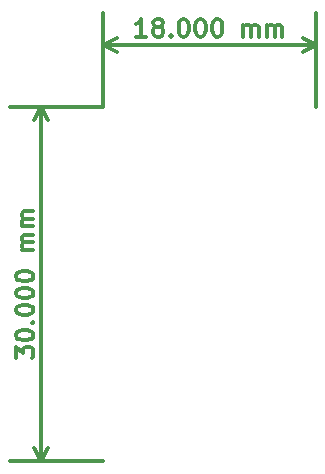
<source format=gbr>
G04 #@! TF.FileFunction,Drawing*
%FSLAX46Y46*%
G04 Gerber Fmt 4.6, Leading zero omitted, Abs format (unit mm)*
G04 Created by KiCad (PCBNEW 4.0.2-stable) date 9/4/2016 3:07:34 AM*
%MOMM*%
G01*
G04 APERTURE LIST*
%ADD10C,0.100000*%
%ADD11C,0.300000*%
G04 APERTURE END LIST*
D10*
D11*
X132578571Y-131285713D02*
X132578571Y-130357142D01*
X133150000Y-130857142D01*
X133150000Y-130642856D01*
X133221429Y-130499999D01*
X133292857Y-130428570D01*
X133435714Y-130357142D01*
X133792857Y-130357142D01*
X133935714Y-130428570D01*
X134007143Y-130499999D01*
X134078571Y-130642856D01*
X134078571Y-131071428D01*
X134007143Y-131214285D01*
X133935714Y-131285713D01*
X132578571Y-129428571D02*
X132578571Y-129285714D01*
X132650000Y-129142857D01*
X132721429Y-129071428D01*
X132864286Y-128999999D01*
X133150000Y-128928571D01*
X133507143Y-128928571D01*
X133792857Y-128999999D01*
X133935714Y-129071428D01*
X134007143Y-129142857D01*
X134078571Y-129285714D01*
X134078571Y-129428571D01*
X134007143Y-129571428D01*
X133935714Y-129642857D01*
X133792857Y-129714285D01*
X133507143Y-129785714D01*
X133150000Y-129785714D01*
X132864286Y-129714285D01*
X132721429Y-129642857D01*
X132650000Y-129571428D01*
X132578571Y-129428571D01*
X133935714Y-128285714D02*
X134007143Y-128214286D01*
X134078571Y-128285714D01*
X134007143Y-128357143D01*
X133935714Y-128285714D01*
X134078571Y-128285714D01*
X132578571Y-127285714D02*
X132578571Y-127142857D01*
X132650000Y-127000000D01*
X132721429Y-126928571D01*
X132864286Y-126857142D01*
X133150000Y-126785714D01*
X133507143Y-126785714D01*
X133792857Y-126857142D01*
X133935714Y-126928571D01*
X134007143Y-127000000D01*
X134078571Y-127142857D01*
X134078571Y-127285714D01*
X134007143Y-127428571D01*
X133935714Y-127500000D01*
X133792857Y-127571428D01*
X133507143Y-127642857D01*
X133150000Y-127642857D01*
X132864286Y-127571428D01*
X132721429Y-127500000D01*
X132650000Y-127428571D01*
X132578571Y-127285714D01*
X132578571Y-125857143D02*
X132578571Y-125714286D01*
X132650000Y-125571429D01*
X132721429Y-125500000D01*
X132864286Y-125428571D01*
X133150000Y-125357143D01*
X133507143Y-125357143D01*
X133792857Y-125428571D01*
X133935714Y-125500000D01*
X134007143Y-125571429D01*
X134078571Y-125714286D01*
X134078571Y-125857143D01*
X134007143Y-126000000D01*
X133935714Y-126071429D01*
X133792857Y-126142857D01*
X133507143Y-126214286D01*
X133150000Y-126214286D01*
X132864286Y-126142857D01*
X132721429Y-126071429D01*
X132650000Y-126000000D01*
X132578571Y-125857143D01*
X132578571Y-124428572D02*
X132578571Y-124285715D01*
X132650000Y-124142858D01*
X132721429Y-124071429D01*
X132864286Y-124000000D01*
X133150000Y-123928572D01*
X133507143Y-123928572D01*
X133792857Y-124000000D01*
X133935714Y-124071429D01*
X134007143Y-124142858D01*
X134078571Y-124285715D01*
X134078571Y-124428572D01*
X134007143Y-124571429D01*
X133935714Y-124642858D01*
X133792857Y-124714286D01*
X133507143Y-124785715D01*
X133150000Y-124785715D01*
X132864286Y-124714286D01*
X132721429Y-124642858D01*
X132650000Y-124571429D01*
X132578571Y-124428572D01*
X134078571Y-122142858D02*
X133078571Y-122142858D01*
X133221429Y-122142858D02*
X133150000Y-122071430D01*
X133078571Y-121928572D01*
X133078571Y-121714287D01*
X133150000Y-121571430D01*
X133292857Y-121500001D01*
X134078571Y-121500001D01*
X133292857Y-121500001D02*
X133150000Y-121428572D01*
X133078571Y-121285715D01*
X133078571Y-121071430D01*
X133150000Y-120928572D01*
X133292857Y-120857144D01*
X134078571Y-120857144D01*
X134078571Y-120142858D02*
X133078571Y-120142858D01*
X133221429Y-120142858D02*
X133150000Y-120071430D01*
X133078571Y-119928572D01*
X133078571Y-119714287D01*
X133150000Y-119571430D01*
X133292857Y-119500001D01*
X134078571Y-119500001D01*
X133292857Y-119500001D02*
X133150000Y-119428572D01*
X133078571Y-119285715D01*
X133078571Y-119071430D01*
X133150000Y-118928572D01*
X133292857Y-118857144D01*
X134078571Y-118857144D01*
X134750000Y-140000000D02*
X134750000Y-110000000D01*
X140000000Y-140000000D02*
X132050000Y-140000000D01*
X140000000Y-110000000D02*
X132050000Y-110000000D01*
X134750000Y-110000000D02*
X135336421Y-111126504D01*
X134750000Y-110000000D02*
X134163579Y-111126504D01*
X134750000Y-140000000D02*
X135336421Y-138873496D01*
X134750000Y-140000000D02*
X134163579Y-138873496D01*
X143642858Y-104078571D02*
X142785715Y-104078571D01*
X143214287Y-104078571D02*
X143214287Y-102578571D01*
X143071430Y-102792857D01*
X142928572Y-102935714D01*
X142785715Y-103007143D01*
X144500001Y-103221429D02*
X144357143Y-103150000D01*
X144285715Y-103078571D01*
X144214286Y-102935714D01*
X144214286Y-102864286D01*
X144285715Y-102721429D01*
X144357143Y-102650000D01*
X144500001Y-102578571D01*
X144785715Y-102578571D01*
X144928572Y-102650000D01*
X145000001Y-102721429D01*
X145071429Y-102864286D01*
X145071429Y-102935714D01*
X145000001Y-103078571D01*
X144928572Y-103150000D01*
X144785715Y-103221429D01*
X144500001Y-103221429D01*
X144357143Y-103292857D01*
X144285715Y-103364286D01*
X144214286Y-103507143D01*
X144214286Y-103792857D01*
X144285715Y-103935714D01*
X144357143Y-104007143D01*
X144500001Y-104078571D01*
X144785715Y-104078571D01*
X144928572Y-104007143D01*
X145000001Y-103935714D01*
X145071429Y-103792857D01*
X145071429Y-103507143D01*
X145000001Y-103364286D01*
X144928572Y-103292857D01*
X144785715Y-103221429D01*
X145714286Y-103935714D02*
X145785714Y-104007143D01*
X145714286Y-104078571D01*
X145642857Y-104007143D01*
X145714286Y-103935714D01*
X145714286Y-104078571D01*
X146714286Y-102578571D02*
X146857143Y-102578571D01*
X147000000Y-102650000D01*
X147071429Y-102721429D01*
X147142858Y-102864286D01*
X147214286Y-103150000D01*
X147214286Y-103507143D01*
X147142858Y-103792857D01*
X147071429Y-103935714D01*
X147000000Y-104007143D01*
X146857143Y-104078571D01*
X146714286Y-104078571D01*
X146571429Y-104007143D01*
X146500000Y-103935714D01*
X146428572Y-103792857D01*
X146357143Y-103507143D01*
X146357143Y-103150000D01*
X146428572Y-102864286D01*
X146500000Y-102721429D01*
X146571429Y-102650000D01*
X146714286Y-102578571D01*
X148142857Y-102578571D02*
X148285714Y-102578571D01*
X148428571Y-102650000D01*
X148500000Y-102721429D01*
X148571429Y-102864286D01*
X148642857Y-103150000D01*
X148642857Y-103507143D01*
X148571429Y-103792857D01*
X148500000Y-103935714D01*
X148428571Y-104007143D01*
X148285714Y-104078571D01*
X148142857Y-104078571D01*
X148000000Y-104007143D01*
X147928571Y-103935714D01*
X147857143Y-103792857D01*
X147785714Y-103507143D01*
X147785714Y-103150000D01*
X147857143Y-102864286D01*
X147928571Y-102721429D01*
X148000000Y-102650000D01*
X148142857Y-102578571D01*
X149571428Y-102578571D02*
X149714285Y-102578571D01*
X149857142Y-102650000D01*
X149928571Y-102721429D01*
X150000000Y-102864286D01*
X150071428Y-103150000D01*
X150071428Y-103507143D01*
X150000000Y-103792857D01*
X149928571Y-103935714D01*
X149857142Y-104007143D01*
X149714285Y-104078571D01*
X149571428Y-104078571D01*
X149428571Y-104007143D01*
X149357142Y-103935714D01*
X149285714Y-103792857D01*
X149214285Y-103507143D01*
X149214285Y-103150000D01*
X149285714Y-102864286D01*
X149357142Y-102721429D01*
X149428571Y-102650000D01*
X149571428Y-102578571D01*
X151857142Y-104078571D02*
X151857142Y-103078571D01*
X151857142Y-103221429D02*
X151928570Y-103150000D01*
X152071428Y-103078571D01*
X152285713Y-103078571D01*
X152428570Y-103150000D01*
X152499999Y-103292857D01*
X152499999Y-104078571D01*
X152499999Y-103292857D02*
X152571428Y-103150000D01*
X152714285Y-103078571D01*
X152928570Y-103078571D01*
X153071428Y-103150000D01*
X153142856Y-103292857D01*
X153142856Y-104078571D01*
X153857142Y-104078571D02*
X153857142Y-103078571D01*
X153857142Y-103221429D02*
X153928570Y-103150000D01*
X154071428Y-103078571D01*
X154285713Y-103078571D01*
X154428570Y-103150000D01*
X154499999Y-103292857D01*
X154499999Y-104078571D01*
X154499999Y-103292857D02*
X154571428Y-103150000D01*
X154714285Y-103078571D01*
X154928570Y-103078571D01*
X155071428Y-103150000D01*
X155142856Y-103292857D01*
X155142856Y-104078571D01*
X140000000Y-104750000D02*
X158000000Y-104750000D01*
X140000000Y-110000000D02*
X140000000Y-102050000D01*
X158000000Y-110000000D02*
X158000000Y-102050000D01*
X158000000Y-104750000D02*
X156873496Y-105336421D01*
X158000000Y-104750000D02*
X156873496Y-104163579D01*
X140000000Y-104750000D02*
X141126504Y-105336421D01*
X140000000Y-104750000D02*
X141126504Y-104163579D01*
M02*

</source>
